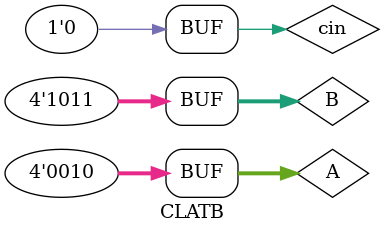
<source format=sv>
`timescale 1ns/1ns

module CLATB ();

logic [3:0]A,B;
wire [3:0]s;
logic cin;
wire cout;

CLA instant(.cin(cin),.cout(cout),.A(A),.B(B),.s(s));

initial begin
    A = 4'sd2;
    B = 4'sd3;
    cin = 1'b0;

    #50;
    A = 4'sd1;
    B = 4'sd3;
    cin = 1'b0;

    #50; 
    A = -4'sd3;
    B = 4'sd5;
    cin = 1'b0;
    
    #50; 
    A = 4'sd2;
    B = -4'sd5;
    cin = 1'b0;

end
    
endmodule
</source>
